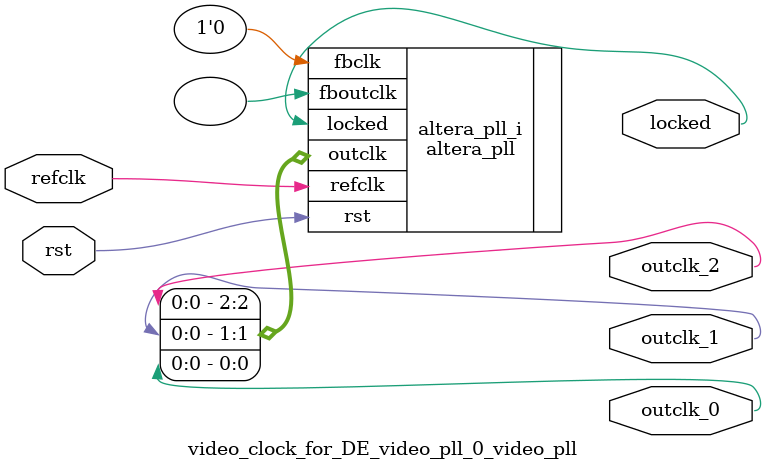
<source format=v>
`timescale 1ns/10ps
module  video_clock_for_DE_video_pll_0_video_pll(

	// interface 'refclk'
	input wire refclk,

	// interface 'reset'
	input wire rst,

	// interface 'outclk0'
	output wire outclk_0,

	// interface 'outclk1'
	output wire outclk_1,

	// interface 'outclk2'
	output wire outclk_2,

	// interface 'locked'
	output wire locked
);

	altera_pll #(
		.fractional_vco_multiplier("false"),
		.reference_clock_frequency("50.0 MHz"),
		.operation_mode("direct"),
		.number_of_clocks(3),
		.output_clock_frequency0("25.000000 MHz"),
		.phase_shift0("0 ps"),
		.duty_cycle0(50),
		.output_clock_frequency1("107.692307 MHz"),
		.phase_shift1("0 ps"),
		.duty_cycle1(50),
		.output_clock_frequency2("33.333333 MHz"),
		.phase_shift2("0 ps"),
		.duty_cycle2(50),
		.output_clock_frequency3("0 MHz"),
		.phase_shift3("0 ps"),
		.duty_cycle3(50),
		.output_clock_frequency4("0 MHz"),
		.phase_shift4("0 ps"),
		.duty_cycle4(50),
		.output_clock_frequency5("0 MHz"),
		.phase_shift5("0 ps"),
		.duty_cycle5(50),
		.output_clock_frequency6("0 MHz"),
		.phase_shift6("0 ps"),
		.duty_cycle6(50),
		.output_clock_frequency7("0 MHz"),
		.phase_shift7("0 ps"),
		.duty_cycle7(50),
		.output_clock_frequency8("0 MHz"),
		.phase_shift8("0 ps"),
		.duty_cycle8(50),
		.output_clock_frequency9("0 MHz"),
		.phase_shift9("0 ps"),
		.duty_cycle9(50),
		.output_clock_frequency10("0 MHz"),
		.phase_shift10("0 ps"),
		.duty_cycle10(50),
		.output_clock_frequency11("0 MHz"),
		.phase_shift11("0 ps"),
		.duty_cycle11(50),
		.output_clock_frequency12("0 MHz"),
		.phase_shift12("0 ps"),
		.duty_cycle12(50),
		.output_clock_frequency13("0 MHz"),
		.phase_shift13("0 ps"),
		.duty_cycle13(50),
		.output_clock_frequency14("0 MHz"),
		.phase_shift14("0 ps"),
		.duty_cycle14(50),
		.output_clock_frequency15("0 MHz"),
		.phase_shift15("0 ps"),
		.duty_cycle15(50),
		.output_clock_frequency16("0 MHz"),
		.phase_shift16("0 ps"),
		.duty_cycle16(50),
		.output_clock_frequency17("0 MHz"),
		.phase_shift17("0 ps"),
		.duty_cycle17(50),
		.pll_type("General"),
		.pll_subtype("General")
	) altera_pll_i (
		.rst	(rst),
		.outclk	({outclk_2, outclk_1, outclk_0}),
		.locked	(locked),
		.fboutclk	( ),
		.fbclk	(1'b0),
		.refclk	(refclk)
	);
endmodule


</source>
